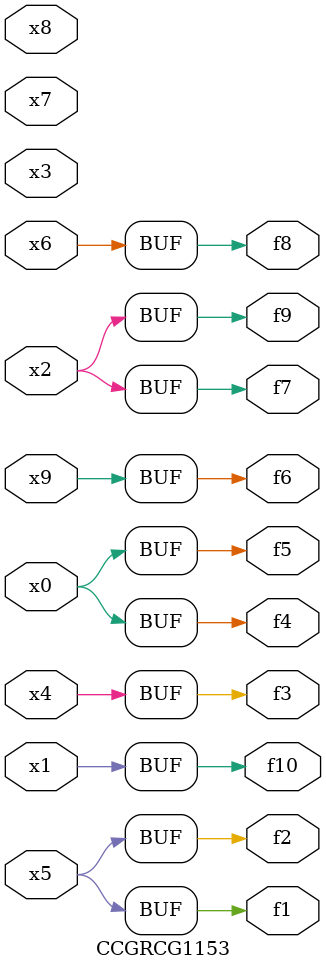
<source format=v>
module CCGRCG1153(
	input x0, x1, x2, x3, x4, x5, x6, x7, x8, x9,
	output f1, f2, f3, f4, f5, f6, f7, f8, f9, f10
);
	assign f1 = x5;
	assign f2 = x5;
	assign f3 = x4;
	assign f4 = x0;
	assign f5 = x0;
	assign f6 = x9;
	assign f7 = x2;
	assign f8 = x6;
	assign f9 = x2;
	assign f10 = x1;
endmodule

</source>
